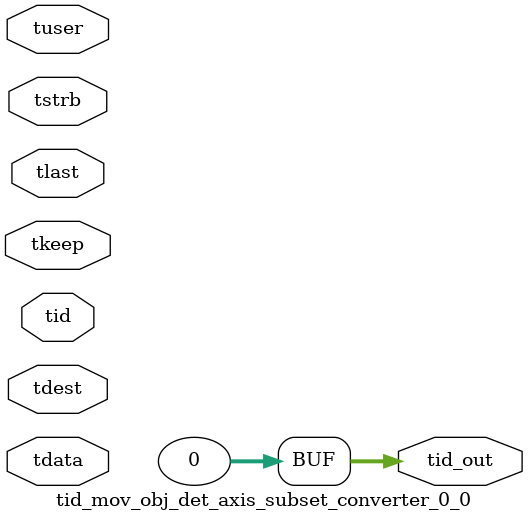
<source format=v>


`timescale 1ps/1ps

module tid_mov_obj_det_axis_subset_converter_0_0 #
(
parameter C_S_AXIS_TID_WIDTH   = 1,
parameter C_S_AXIS_TUSER_WIDTH = 0,
parameter C_S_AXIS_TDATA_WIDTH = 0,
parameter C_S_AXIS_TDEST_WIDTH = 0,
parameter C_M_AXIS_TID_WIDTH   = 32
)
(
input  [(C_S_AXIS_TID_WIDTH   == 0 ? 1 : C_S_AXIS_TID_WIDTH)-1:0       ] tid,
input  [(C_S_AXIS_TDATA_WIDTH == 0 ? 1 : C_S_AXIS_TDATA_WIDTH)-1:0     ] tdata,
input  [(C_S_AXIS_TUSER_WIDTH == 0 ? 1 : C_S_AXIS_TUSER_WIDTH)-1:0     ] tuser,
input  [(C_S_AXIS_TDEST_WIDTH == 0 ? 1 : C_S_AXIS_TDEST_WIDTH)-1:0     ] tdest,
input  [(C_S_AXIS_TDATA_WIDTH/8)-1:0 ] tkeep,
input  [(C_S_AXIS_TDATA_WIDTH/8)-1:0 ] tstrb,
input                                                                    tlast,
output [(C_M_AXIS_TID_WIDTH   == 0 ? 1 : C_M_AXIS_TID_WIDTH)-1:0       ] tid_out
);

assign tid_out = {1'b0};

endmodule


</source>
